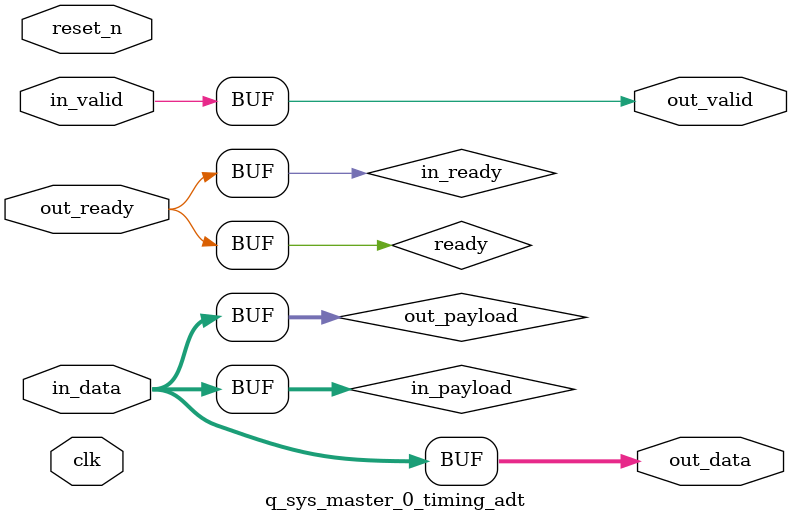
<source format=v>

`timescale 1ns / 100ps
module q_sys_master_0_timing_adt (
    
      // Interface: clk
      input              clk,
      // Interface: reset
      input              reset_n,
      // Interface: in
      input              in_valid,
      input      [ 7: 0] in_data,
      // Interface: out
      output reg         out_valid,
      output reg [ 7: 0] out_data,
      input              out_ready
);




   // ---------------------------------------------------------------------
   //| Signal Declarations
   // ---------------------------------------------------------------------

   reg  [ 7: 0] in_payload;
   reg  [ 7: 0] out_payload;
   reg  [ 0: 0] ready;
   reg          in_ready;
   // synthesis translate_off
   always @(negedge in_ready) begin
      $display("%m: The downstream component is backpressuring by deasserting ready, but the upstream component can't be backpressured.");
   end
   // synthesis translate_on   


   // ---------------------------------------------------------------------
   //| Payload Mapping
   // ---------------------------------------------------------------------
   always @* begin
     in_payload = {in_data};
     {out_data} = out_payload;
   end

   // ---------------------------------------------------------------------
   //| Ready & valid signals.
   // ---------------------------------------------------------------------
   always @* begin
     ready[0] = out_ready;
     out_valid = in_valid;
     out_payload = in_payload;
     in_ready = ready[0];
   end




endmodule


</source>
